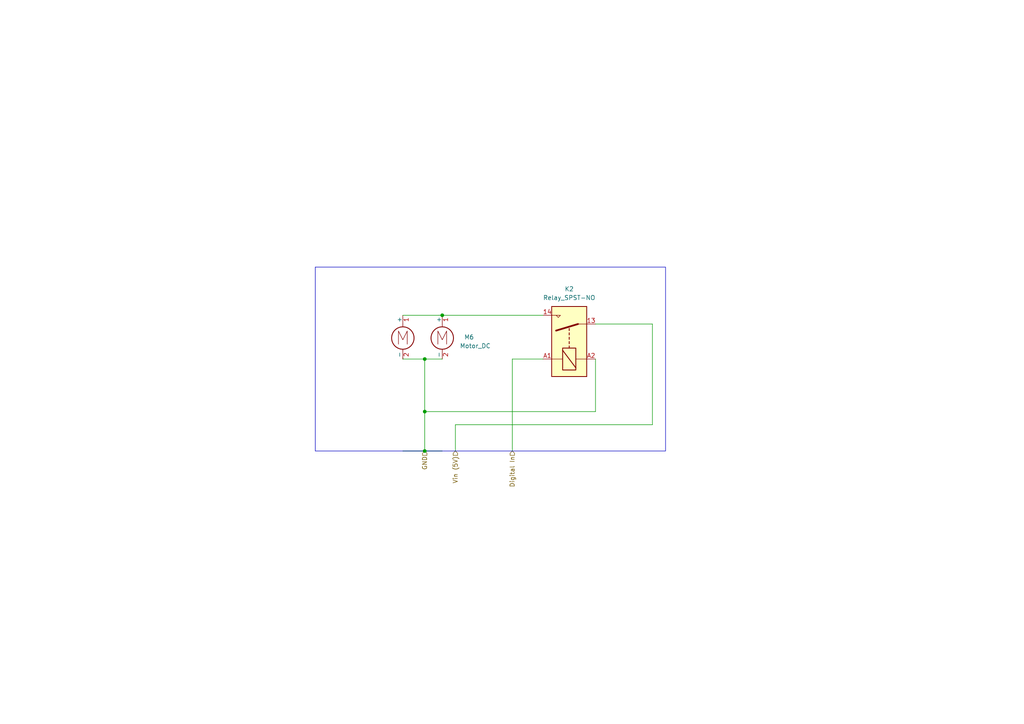
<source format=kicad_sch>
(kicad_sch (version 20231120) (generator "eeschema") (generator_version "8.0")
  (paper "A4")
  (lib_symbols
    (symbol "Motor:Motor_DC" (pin_names (offset 0))
      (property "Reference" "M" (at 2.54 2.54 0))
      (property "Value" "Motor_DC" (at 2.54 -5.08 0))
      (symbol "Motor_DC_0_0"
        (polyline (pts (xy -1.27 -3.302) (xy -1.27 0.508) (xy 0 -2.032) (xy 1.27 0.508) (xy 1.27 -3.302)))
      )
      (symbol "Motor_DC_0_1"
        (circle (center 0 -1.524) (radius 3.2512) (stroke (width 0.254)))
        (polyline (pts (xy 0 -7.62) (xy 0 -7.112)))
        (polyline (pts (xy 0 -4.7752) (xy 0 -5.1816)))
        (polyline (pts (xy 0 1.7272) (xy 0 2.0828)))
        (polyline (pts (xy 0 2.032) (xy 0 2.54)))
      )
      (symbol "Motor_DC_1_1"
        (pin passive line (at 0 5.08 270) (length 2.54) (name "+") (number "1"))
        (pin passive line (at 0 -7.62 90) (length 2.54) (name "-") (number "2"))
      )
    )
    (symbol "Relay:Relay_SPST-NO"
      (property "Reference" "K" (at 11.43 3.81 0))
      (property "Value" "Relay_SPST-NO" (at 11.43 1.27 0))
      (symbol "Relay_SPST-NO_0_0"
        (polyline (pts (xy 7.62 5.08) (xy 7.62 2.54) (xy 6.985 3.175) (xy 7.62 3.81)))
      )
      (symbol "Relay_SPST-NO_0_1"
        (rectangle (start -10.16 5.08) (end 10.16 -5.08) (stroke (width 0.254)) (fill (type background)))
        (rectangle (start -8.255 1.905) (end -1.905 -1.905) (stroke (width 0.254)))
        (polyline (pts (xy -7.62 -1.905) (xy -2.54 1.905)) (stroke (width 0.254)))
        (polyline (pts (xy -5.08 -5.08) (xy -5.08 -1.905)))
        (polyline (pts (xy -5.08 5.08) (xy -5.08 1.905)))
        (polyline (pts (xy -1.905 0) (xy -1.27 0)) (stroke (width 0.254)))
        (polyline (pts (xy -0.635 0) (xy 0 0)) (stroke (width 0.254)))
        (polyline (pts (xy 0.635 0) (xy 1.27 0)) (stroke (width 0.254)))
        (polyline (pts (xy 1.905 0) (xy 2.54 0)) (stroke (width 0.254)))
        (polyline (pts (xy 3.175 0) (xy 3.81 0)) (stroke (width 0.254)))
        (polyline (pts (xy 5.08 -2.54) (xy 3.175 3.81)) (stroke (width 0.508)))
        (polyline (pts (xy 5.08 -2.54) (xy 5.08 -5.08)))
      )
      (symbol "Relay_SPST-NO_1_1"
        (pin passive line (at 5.08 -7.62 90) (length 2.54) (name "~") (number "13"))
        (pin passive line (at 7.62 7.62 270) (length 2.54) (name "~") (number "14"))
        (pin passive line (at -5.08 7.62 270) (length 2.54) (name "~") (number "A1"))
        (pin passive line (at -5.08 -7.62 90) (length 2.54) (name "~") (number "A2"))
      )
    )
  )
  (junction (at 123.19 130.81))
  (junction (at 123.19 104.14))
  (junction (at 128.27 91.44))
  (junction (at 123.19 119.38))
  (wire (pts (xy 132.08 130.81) (xy 132.08 123.19)))
  (wire (pts (xy 189.23 123.19) (xy 189.23 93.98)))
  (wire (pts (xy 148.59 104.14) (xy 148.59 130.81)))
  (wire (pts (xy 172.72 104.14) (xy 172.72 119.38)))
  (wire (pts (xy 123.19 104.14) (xy 128.27 104.14)))
  (wire (pts (xy 123.19 130.81) (xy 128.27 130.81)))
  (wire (pts (xy 116.84 104.14) (xy 123.19 104.14)))
  (wire (pts (xy 128.27 91.44) (xy 157.48 91.44)))
  (wire (pts (xy 116.84 91.44) (xy 128.27 91.44)))
  (wire (pts (xy 123.19 104.14) (xy 123.19 119.38)))
  (wire (pts (xy 116.84 130.81) (xy 123.19 130.81)))
  (wire (pts (xy 189.23 93.98) (xy 172.72 93.98)))
  (wire (pts (xy 172.72 119.38) (xy 123.19 119.38)))
  (wire (pts (xy 132.08 123.19) (xy 189.23 123.19)))
  (wire (pts (xy 123.19 119.38) (xy 123.19 130.81)))
  (wire (pts (xy 157.48 104.14) (xy 148.59 104.14)))
  (rectangle (start 91.44 77.47) (end 193.04 130.81))
  (hierarchical_label "GND" (shape input) (at 123.19 130.81 270))
  (hierarchical_label "Digital In" (shape input) (at 148.59 130.81 270))
  (hierarchical_label "Vin (5V)" (shape input) (at 132.08 130.81 270))
  (symbol (lib_id "Relay:Relay_SPST-NO") (at 165.1 99.06 90) (unit 1)
    (property "Reference" "K2" (at 165.1 83.82 90))
    (property "Value" "Relay_SPST-NO" (at 165.1 86.36 90))
    (property "Description" "Relay SPST, Normally Open, EN50005" (effects (hide yes)))
  )
  (symbol (lib_id "Motor:Motor_DC") (at 128.27 96.52 0) (unit 1)
    (property "Reference" "M6" (at 134.62 97.7899 0) (effects (justify left)))
    (property "Value" "Motor_DC" (at 133.35 100.3299 0) (effects (justify left)))
    (property "Description" "DC Motor" (effects (hide yes)))
  )
  (symbol (lib_id "Motor:Motor_DC") (at 116.84 96.52 0) (unit 1)
    (property "Reference" "M5" (effects (hide yes)))
    (property "Value" "Motor_DC" (effects (hide yes)))
    (property "Description" "DC Motor" (effects (hide yes)))
  )
)
</source>
